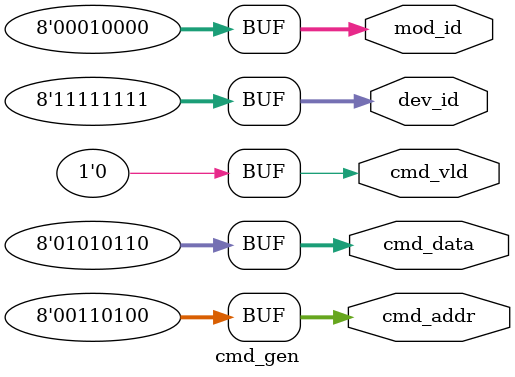
<source format=v>

module cmd_gen(
dev_id,
mod_id,
cmd_addr,
cmd_data,
cmd_vld
);
output [7:0]	dev_id;
output [7:0]	mod_id;
output [7:0]	cmd_addr;
output [7:0]	cmd_data;
output 				cmd_vld;
//-------------------------------
reg [7:0]	dev_id;
reg [7:0]	mod_id;
reg [7:0]	cmd_addr;
reg [7:0]	cmd_data;
reg 			cmd_vld;
//---------- cmd action ------------
initial begin
	#0
	cmd_vld <= 1'b0;
	#3000
	dev_id <= 8'hff;
	mod_id <= 8'h0;
	cmd_addr <= 8'h12;
	cmd_data <= 8'h23;
	cmd_vld <= 1'b1;
	#100 
	cmd_vld <= 1'b0;
	#7000
	dev_id <= 8'hff;
	mod_id <= 8'h10;
	cmd_addr <= 8'h34;
	cmd_data <= 8'h56;
	cmd_vld <= 1'b1;
	#100
	cmd_vld <= 1'b0;
end


endmodule

</source>
